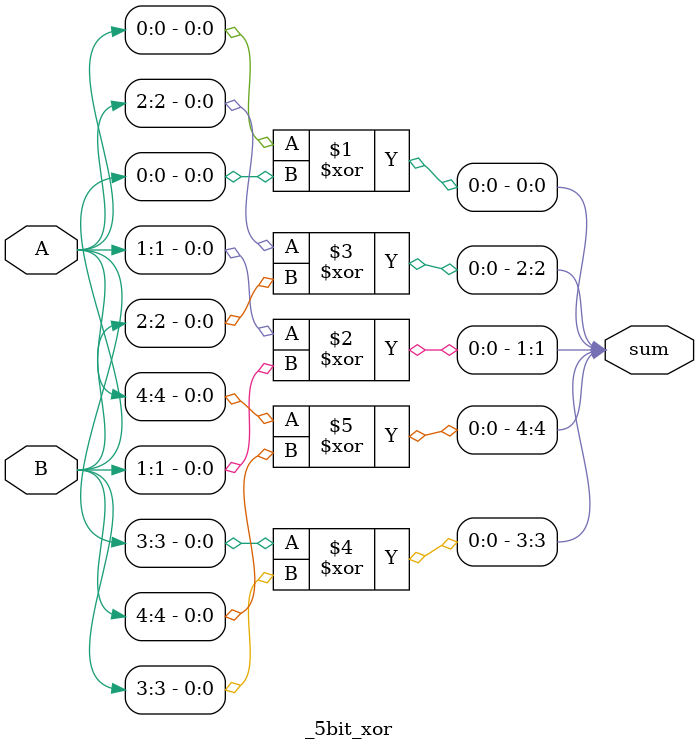
<source format=v>
module _5bit_xor(sum,A,B);
input [4:0]A,B; 
output [4:0]sum;

xor 	x1(sum[0],A[0],B[0]),
		x2(sum[1],A[1],B[1]),
		x3(sum[2],A[2],B[2]),
		x4(sum[3],A[3],B[3]),
		x5(sum[4],A[4],B[4]);
endmodule
</source>
